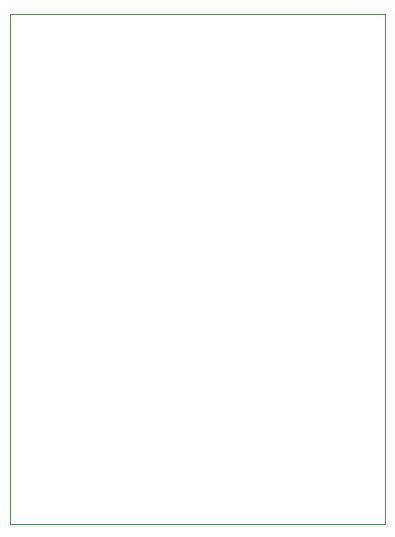
<source format=gm1>
G04 #@! TF.GenerationSoftware,KiCad,Pcbnew,(6.0.9)*
G04 #@! TF.CreationDate,2022-11-21T19:08:44+01:00*
G04 #@! TF.ProjectId,PMOD series resistor board,504d4f44-2073-4657-9269-657320726573,V1.0*
G04 #@! TF.SameCoordinates,Original*
G04 #@! TF.FileFunction,Profile,NP*
%FSLAX46Y46*%
G04 Gerber Fmt 4.6, Leading zero omitted, Abs format (unit mm)*
G04 Created by KiCad (PCBNEW (6.0.9)) date 2022-11-21 19:08:44*
%MOMM*%
%LPD*%
G01*
G04 APERTURE LIST*
G04 #@! TA.AperFunction,Profile*
%ADD10C,0.100000*%
G04 #@! TD*
G04 APERTURE END LIST*
D10*
X168910000Y-105410000D02*
X168910000Y-148590000D01*
X200660000Y-105410000D02*
X168910000Y-105410000D01*
X200660000Y-148590000D02*
X200660000Y-105410000D01*
X168910000Y-148590000D02*
X200660000Y-148590000D01*
M02*

</source>
